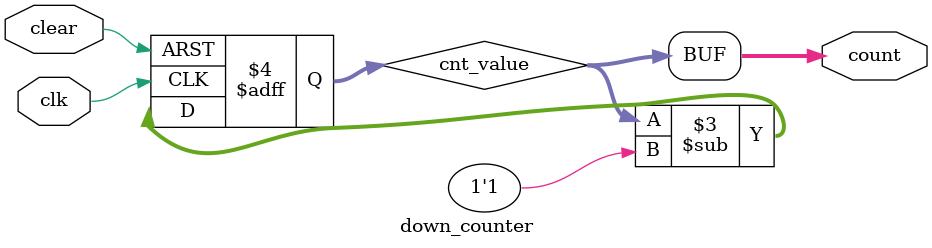
<source format=sv>
module down_counter 
    #(parameter WIDTH=4)  
    ( 
        input logic clk,
        input logic clear, 
        output logic[WIDTH-1:0] count
    );

    logic[WIDTH-1:0] cnt_value; 
    
    always @(posedge clk or posedge clear) begin 
        if (clear == 1)
            cnt_value = {WIDTH{1'b1}};
        else 
            cnt_value = cnt_value - 1'b1;
    end

    assign count = cnt_value;

endmodule: down_counter  
</source>
